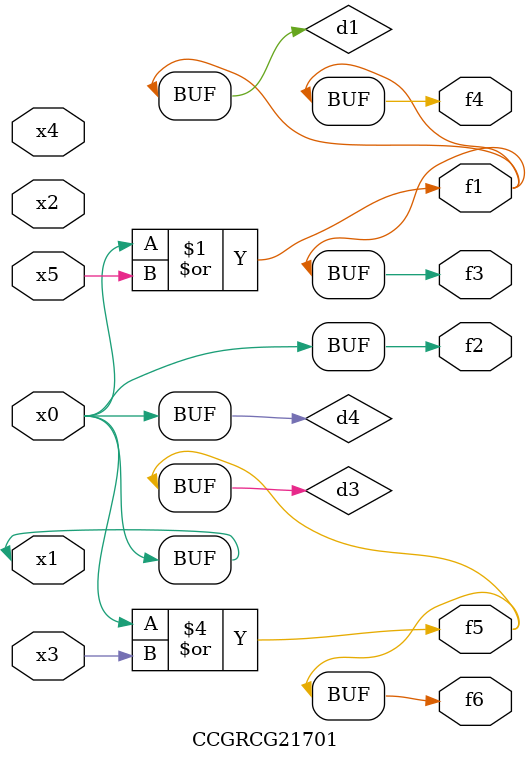
<source format=v>
module CCGRCG21701(
	input x0, x1, x2, x3, x4, x5,
	output f1, f2, f3, f4, f5, f6
);

	wire d1, d2, d3, d4;

	or (d1, x0, x5);
	xnor (d2, x1, x4);
	or (d3, x0, x3);
	buf (d4, x0, x1);
	assign f1 = d1;
	assign f2 = d4;
	assign f3 = d1;
	assign f4 = d1;
	assign f5 = d3;
	assign f6 = d3;
endmodule

</source>
